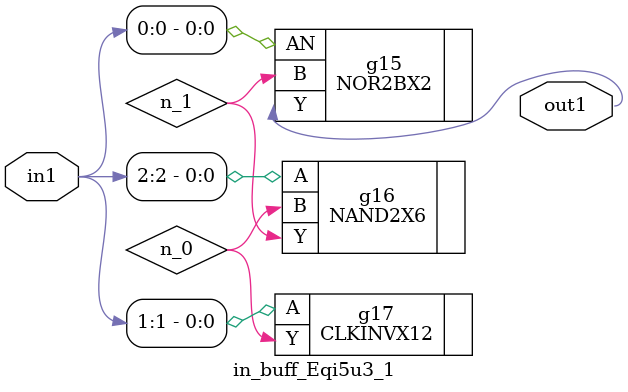
<source format=v>
`timescale 1ps / 1ps


module in_buff_Eqi5u3_1(in1, out1);
  input [2:0] in1;
  output out1;
  wire [2:0] in1;
  wire out1;
  wire n_0, n_1;
  NOR2BX2 g15(.AN (in1[0]), .B (n_1), .Y (out1));
  NAND2X6 g16(.A (in1[2]), .B (n_0), .Y (n_1));
  CLKINVX12 g17(.A (in1[1]), .Y (n_0));
endmodule



</source>
